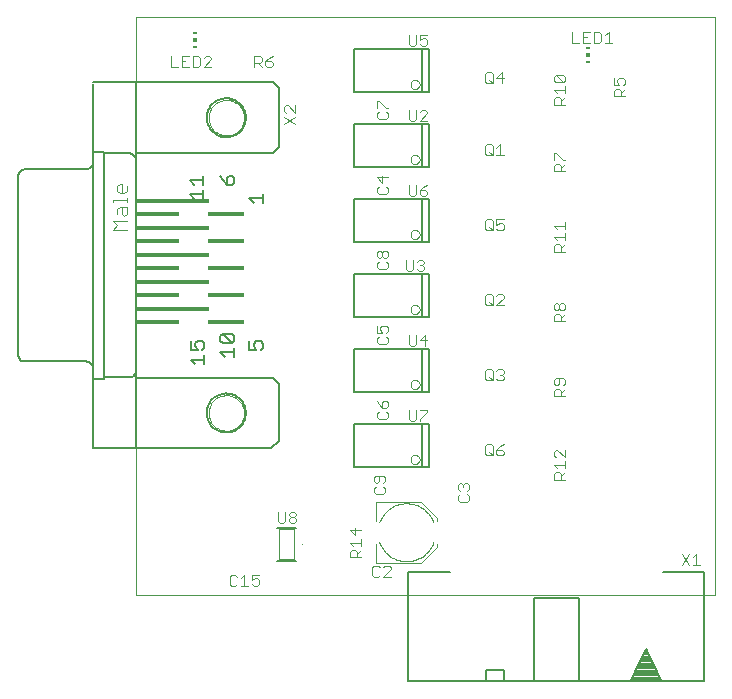
<source format=gto>
G75*
%MOIN*%
%OFA0B0*%
%FSLAX24Y24*%
%IPPOS*%
%LPD*%
%AMOC8*
5,1,8,0,0,1.08239X$1,22.5*
%
%ADD10C,0.0000*%
%ADD11C,0.0030*%
%ADD12R,0.0118X0.0059*%
%ADD13R,0.0118X0.0118*%
%ADD14C,0.0060*%
%ADD15C,0.0050*%
%ADD16C,0.0040*%
%ADD17R,0.2402X0.0157*%
%ADD18R,0.1417X0.0157*%
%ADD19R,0.1220X0.0157*%
%ADD20C,0.0080*%
%ADD21C,0.0004*%
%ADD22C,0.0030*%
D10*
X004062Y003000D02*
X004062Y022292D01*
X023353Y022292D01*
X023353Y003000D01*
X004062Y003000D01*
X006471Y009079D02*
X006473Y009127D01*
X006479Y009175D01*
X006489Y009222D01*
X006502Y009268D01*
X006520Y009313D01*
X006540Y009357D01*
X006565Y009399D01*
X006593Y009438D01*
X006623Y009475D01*
X006657Y009509D01*
X006694Y009541D01*
X006732Y009570D01*
X006773Y009595D01*
X006816Y009617D01*
X006861Y009635D01*
X006907Y009649D01*
X006954Y009660D01*
X007002Y009667D01*
X007050Y009670D01*
X007098Y009669D01*
X007146Y009664D01*
X007194Y009655D01*
X007240Y009643D01*
X007285Y009626D01*
X007329Y009606D01*
X007371Y009583D01*
X007411Y009556D01*
X007449Y009526D01*
X007484Y009493D01*
X007516Y009457D01*
X007546Y009419D01*
X007572Y009378D01*
X007594Y009335D01*
X007614Y009291D01*
X007629Y009246D01*
X007641Y009199D01*
X007649Y009151D01*
X007653Y009103D01*
X007653Y009055D01*
X007649Y009007D01*
X007641Y008959D01*
X007629Y008912D01*
X007614Y008867D01*
X007594Y008823D01*
X007572Y008780D01*
X007546Y008739D01*
X007516Y008701D01*
X007484Y008665D01*
X007449Y008632D01*
X007411Y008602D01*
X007371Y008575D01*
X007329Y008552D01*
X007285Y008532D01*
X007240Y008515D01*
X007194Y008503D01*
X007146Y008494D01*
X007098Y008489D01*
X007050Y008488D01*
X007002Y008491D01*
X006954Y008498D01*
X006907Y008509D01*
X006861Y008523D01*
X006816Y008541D01*
X006773Y008563D01*
X006732Y008588D01*
X006694Y008617D01*
X006657Y008649D01*
X006623Y008683D01*
X006593Y008720D01*
X006565Y008759D01*
X006540Y008801D01*
X006520Y008845D01*
X006502Y008890D01*
X006489Y008936D01*
X006479Y008983D01*
X006473Y009031D01*
X006471Y009079D01*
X006471Y018921D02*
X006473Y018969D01*
X006479Y019017D01*
X006489Y019064D01*
X006502Y019110D01*
X006520Y019155D01*
X006540Y019199D01*
X006565Y019241D01*
X006593Y019280D01*
X006623Y019317D01*
X006657Y019351D01*
X006694Y019383D01*
X006732Y019412D01*
X006773Y019437D01*
X006816Y019459D01*
X006861Y019477D01*
X006907Y019491D01*
X006954Y019502D01*
X007002Y019509D01*
X007050Y019512D01*
X007098Y019511D01*
X007146Y019506D01*
X007194Y019497D01*
X007240Y019485D01*
X007285Y019468D01*
X007329Y019448D01*
X007371Y019425D01*
X007411Y019398D01*
X007449Y019368D01*
X007484Y019335D01*
X007516Y019299D01*
X007546Y019261D01*
X007572Y019220D01*
X007594Y019177D01*
X007614Y019133D01*
X007629Y019088D01*
X007641Y019041D01*
X007649Y018993D01*
X007653Y018945D01*
X007653Y018897D01*
X007649Y018849D01*
X007641Y018801D01*
X007629Y018754D01*
X007614Y018709D01*
X007594Y018665D01*
X007572Y018622D01*
X007546Y018581D01*
X007516Y018543D01*
X007484Y018507D01*
X007449Y018474D01*
X007411Y018444D01*
X007371Y018417D01*
X007329Y018394D01*
X007285Y018374D01*
X007240Y018357D01*
X007194Y018345D01*
X007146Y018336D01*
X007098Y018331D01*
X007050Y018330D01*
X007002Y018333D01*
X006954Y018340D01*
X006907Y018351D01*
X006861Y018365D01*
X006816Y018383D01*
X006773Y018405D01*
X006732Y018430D01*
X006694Y018459D01*
X006657Y018491D01*
X006623Y018525D01*
X006593Y018562D01*
X006565Y018601D01*
X006540Y018643D01*
X006520Y018687D01*
X006502Y018732D01*
X006489Y018778D01*
X006479Y018825D01*
X006473Y018873D01*
X006471Y018921D01*
D11*
X006555Y020615D02*
X006309Y020615D01*
X006555Y020862D01*
X006555Y020924D01*
X006494Y020986D01*
X006370Y020986D01*
X006309Y020924D01*
X006187Y020924D02*
X006125Y020986D01*
X005940Y020986D01*
X005940Y020615D01*
X006125Y020615D01*
X006187Y020677D01*
X006187Y020924D01*
X005819Y020986D02*
X005572Y020986D01*
X005572Y020615D01*
X005819Y020615D01*
X005695Y020800D02*
X005572Y020800D01*
X005451Y020615D02*
X005204Y020615D01*
X005204Y020986D01*
X007990Y020986D02*
X007990Y020615D01*
X007990Y020739D02*
X008175Y020739D01*
X008237Y020800D01*
X008237Y020924D01*
X008175Y020986D01*
X007990Y020986D01*
X008114Y020739D02*
X008237Y020615D01*
X008359Y020677D02*
X008420Y020615D01*
X008544Y020615D01*
X008605Y020677D01*
X008605Y020739D01*
X008544Y020800D01*
X008359Y020800D01*
X008359Y020677D01*
X008359Y020800D02*
X008482Y020924D01*
X008605Y020986D01*
X012077Y019494D02*
X012077Y019247D01*
X012138Y019125D02*
X012077Y019064D01*
X012077Y018940D01*
X012138Y018879D01*
X012385Y018879D01*
X012447Y018940D01*
X012447Y019064D01*
X012385Y019125D01*
X012385Y019247D02*
X012447Y019247D01*
X012385Y019247D02*
X012138Y019494D01*
X012077Y019494D01*
X013140Y019186D02*
X013140Y018877D01*
X013202Y018815D01*
X013325Y018815D01*
X013387Y018877D01*
X013387Y019186D01*
X013509Y019124D02*
X013570Y019186D01*
X013694Y019186D01*
X013755Y019124D01*
X013755Y019062D01*
X013509Y018815D01*
X013755Y018815D01*
X015690Y017974D02*
X015690Y017727D01*
X015752Y017665D01*
X015875Y017665D01*
X015937Y017727D01*
X015937Y017974D01*
X015875Y018036D01*
X015752Y018036D01*
X015690Y017974D01*
X015814Y017789D02*
X015937Y017665D01*
X016059Y017665D02*
X016305Y017665D01*
X016182Y017665D02*
X016182Y018036D01*
X016059Y017912D01*
X017977Y017744D02*
X017977Y017497D01*
X018038Y017375D02*
X018162Y017375D01*
X018223Y017314D01*
X018223Y017129D01*
X018223Y017252D02*
X018347Y017375D01*
X018347Y017497D02*
X018285Y017497D01*
X018038Y017744D01*
X017977Y017744D01*
X018038Y017375D02*
X017977Y017314D01*
X017977Y017129D01*
X018347Y017129D01*
X018347Y015444D02*
X018347Y015197D01*
X018347Y015075D02*
X018347Y014829D01*
X018347Y014707D02*
X018223Y014584D01*
X018223Y014645D02*
X018223Y014460D01*
X018347Y014460D02*
X017977Y014460D01*
X017977Y014645D01*
X018038Y014707D01*
X018162Y014707D01*
X018223Y014645D01*
X018100Y014829D02*
X017977Y014952D01*
X018347Y014952D01*
X018347Y015320D02*
X017977Y015320D01*
X018100Y015197D01*
X016305Y015227D02*
X016244Y015165D01*
X016120Y015165D01*
X016059Y015227D01*
X015937Y015227D02*
X015937Y015474D01*
X015875Y015536D01*
X015752Y015536D01*
X015690Y015474D01*
X015690Y015227D01*
X015752Y015165D01*
X015875Y015165D01*
X015937Y015227D01*
X015937Y015165D02*
X015814Y015289D01*
X016059Y015350D02*
X016182Y015412D01*
X016244Y015412D01*
X016305Y015350D01*
X016305Y015227D01*
X016059Y015350D02*
X016059Y015536D01*
X016305Y015536D01*
X016244Y013036D02*
X016120Y013036D01*
X016059Y012974D01*
X015937Y012974D02*
X015937Y012727D01*
X015875Y012665D01*
X015752Y012665D01*
X015690Y012727D01*
X015690Y012974D01*
X015752Y013036D01*
X015875Y013036D01*
X015937Y012974D01*
X015814Y012789D02*
X015937Y012665D01*
X016059Y012665D02*
X016305Y012912D01*
X016305Y012974D01*
X016244Y013036D01*
X016305Y012665D02*
X016059Y012665D01*
X017977Y012682D02*
X017977Y012559D01*
X018038Y012497D01*
X018100Y012497D01*
X018162Y012559D01*
X018162Y012682D01*
X018223Y012744D01*
X018285Y012744D01*
X018347Y012682D01*
X018347Y012559D01*
X018285Y012497D01*
X018223Y012497D01*
X018162Y012559D01*
X018162Y012682D02*
X018100Y012744D01*
X018038Y012744D01*
X017977Y012682D01*
X018038Y012375D02*
X018162Y012375D01*
X018223Y012314D01*
X018223Y012129D01*
X018223Y012252D02*
X018347Y012375D01*
X018347Y012129D02*
X017977Y012129D01*
X017977Y012314D01*
X018038Y012375D01*
X016244Y010536D02*
X016120Y010536D01*
X016059Y010474D01*
X015937Y010474D02*
X015937Y010227D01*
X015875Y010165D01*
X015752Y010165D01*
X015690Y010227D01*
X015690Y010474D01*
X015752Y010536D01*
X015875Y010536D01*
X015937Y010474D01*
X015814Y010289D02*
X015937Y010165D01*
X016059Y010227D02*
X016120Y010165D01*
X016244Y010165D01*
X016305Y010227D01*
X016305Y010289D01*
X016244Y010350D01*
X016182Y010350D01*
X016244Y010350D02*
X016305Y010412D01*
X016305Y010474D01*
X016244Y010536D01*
X017977Y010182D02*
X017977Y010059D01*
X018038Y009997D01*
X018100Y009997D01*
X018162Y010059D01*
X018162Y010244D01*
X018285Y010244D02*
X018038Y010244D01*
X017977Y010182D01*
X018285Y010244D02*
X018347Y010182D01*
X018347Y010059D01*
X018285Y009997D01*
X018347Y009875D02*
X018223Y009752D01*
X018223Y009814D02*
X018223Y009629D01*
X018347Y009629D02*
X017977Y009629D01*
X017977Y009814D01*
X018038Y009875D01*
X018162Y009875D01*
X018223Y009814D01*
X018100Y007844D02*
X018038Y007844D01*
X017977Y007782D01*
X017977Y007659D01*
X018038Y007597D01*
X017977Y007352D02*
X018347Y007352D01*
X018347Y007229D02*
X018347Y007475D01*
X018347Y007597D02*
X018347Y007844D01*
X018347Y007597D02*
X018100Y007844D01*
X017977Y007352D02*
X018100Y007229D01*
X018038Y007107D02*
X018162Y007107D01*
X018223Y007045D01*
X018223Y006860D01*
X018223Y006984D02*
X018347Y007107D01*
X018347Y006860D02*
X017977Y006860D01*
X017977Y007045D01*
X018038Y007107D01*
X016305Y007727D02*
X016305Y007789D01*
X016244Y007850D01*
X016059Y007850D01*
X016059Y007727D01*
X016120Y007665D01*
X016244Y007665D01*
X016305Y007727D01*
X016182Y007974D02*
X016059Y007850D01*
X015937Y007974D02*
X015937Y007727D01*
X015875Y007665D01*
X015752Y007665D01*
X015690Y007727D01*
X015690Y007974D01*
X015752Y008036D01*
X015875Y008036D01*
X015937Y007974D01*
X015814Y007789D02*
X015937Y007665D01*
X016182Y007974D02*
X016305Y008036D01*
X015085Y006730D02*
X015147Y006669D01*
X015147Y006545D01*
X015085Y006484D01*
X015085Y006362D02*
X015147Y006300D01*
X015147Y006177D01*
X015085Y006115D01*
X014838Y006115D01*
X014777Y006177D01*
X014777Y006300D01*
X014838Y006362D01*
X014838Y006484D02*
X014777Y006545D01*
X014777Y006669D01*
X014838Y006730D01*
X014900Y006730D01*
X014962Y006669D01*
X015023Y006730D01*
X015085Y006730D01*
X014962Y006669D02*
X014962Y006607D01*
X013509Y008815D02*
X013509Y008877D01*
X013755Y009124D01*
X013755Y009186D01*
X013509Y009186D01*
X013387Y009186D02*
X013387Y008877D01*
X013325Y008815D01*
X013202Y008815D01*
X013140Y008877D01*
X013140Y009186D01*
X012447Y009064D02*
X012385Y009125D01*
X012447Y009064D02*
X012447Y008940D01*
X012385Y008879D01*
X012138Y008879D01*
X012077Y008940D01*
X012077Y009064D01*
X012138Y009125D01*
X012262Y009247D02*
X012138Y009370D01*
X012077Y009494D01*
X012262Y009432D02*
X012262Y009247D01*
X012385Y009247D01*
X012447Y009309D01*
X012447Y009432D01*
X012385Y009494D01*
X012323Y009494D01*
X012262Y009432D01*
X013202Y011315D02*
X013325Y011315D01*
X013387Y011377D01*
X013387Y011686D01*
X013509Y011500D02*
X013755Y011500D01*
X013694Y011315D02*
X013694Y011686D01*
X013509Y011500D01*
X013202Y011315D02*
X013140Y011377D01*
X013140Y011686D01*
X012447Y011564D02*
X012385Y011625D01*
X012447Y011564D02*
X012447Y011440D01*
X012385Y011379D01*
X012138Y011379D01*
X012077Y011440D01*
X012077Y011564D01*
X012138Y011625D01*
X012077Y011747D02*
X012262Y011747D01*
X012200Y011870D01*
X012200Y011932D01*
X012262Y011994D01*
X012385Y011994D01*
X012447Y011932D01*
X012447Y011809D01*
X012385Y011747D01*
X012077Y011747D02*
X012077Y011994D01*
X013102Y013815D02*
X013225Y013815D01*
X013287Y013877D01*
X013287Y014186D01*
X013409Y014124D02*
X013470Y014186D01*
X013594Y014186D01*
X013655Y014124D01*
X013655Y014062D01*
X013594Y014000D01*
X013655Y013939D01*
X013655Y013877D01*
X013594Y013815D01*
X013470Y013815D01*
X013409Y013877D01*
X013532Y014000D02*
X013594Y014000D01*
X013102Y013815D02*
X013040Y013877D01*
X013040Y014186D01*
X012447Y014064D02*
X012385Y014125D01*
X012447Y014064D02*
X012447Y013940D01*
X012385Y013879D01*
X012138Y013879D01*
X012077Y013940D01*
X012077Y014064D01*
X012138Y014125D01*
X012138Y014247D02*
X012200Y014247D01*
X012262Y014309D01*
X012262Y014432D01*
X012323Y014494D01*
X012385Y014494D01*
X012447Y014432D01*
X012447Y014309D01*
X012385Y014247D01*
X012323Y014247D01*
X012262Y014309D01*
X012262Y014432D02*
X012200Y014494D01*
X012138Y014494D01*
X012077Y014432D01*
X012077Y014309D01*
X012138Y014247D01*
X012138Y016379D02*
X012385Y016379D01*
X012447Y016440D01*
X012447Y016564D01*
X012385Y016625D01*
X012262Y016747D02*
X012262Y016994D01*
X012447Y016932D02*
X012077Y016932D01*
X012262Y016747D01*
X012138Y016625D02*
X012077Y016564D01*
X012077Y016440D01*
X012138Y016379D01*
X013140Y016377D02*
X013202Y016315D01*
X013325Y016315D01*
X013387Y016377D01*
X013387Y016686D01*
X013509Y016500D02*
X013694Y016500D01*
X013755Y016439D01*
X013755Y016377D01*
X013694Y016315D01*
X013570Y016315D01*
X013509Y016377D01*
X013509Y016500D01*
X013632Y016624D01*
X013755Y016686D01*
X013140Y016686D02*
X013140Y016377D01*
X015752Y020065D02*
X015690Y020127D01*
X015690Y020374D01*
X015752Y020436D01*
X015875Y020436D01*
X015937Y020374D01*
X015937Y020127D01*
X015875Y020065D01*
X015752Y020065D01*
X015814Y020189D02*
X015937Y020065D01*
X016059Y020250D02*
X016305Y020250D01*
X016244Y020065D02*
X016244Y020436D01*
X016059Y020250D01*
X017977Y020282D02*
X017977Y020159D01*
X018038Y020097D01*
X018285Y020097D01*
X018038Y020344D01*
X018285Y020344D01*
X018347Y020282D01*
X018347Y020159D01*
X018285Y020097D01*
X018347Y019975D02*
X018347Y019729D01*
X018347Y019607D02*
X018223Y019484D01*
X018223Y019545D02*
X018223Y019360D01*
X018347Y019360D02*
X017977Y019360D01*
X017977Y019545D01*
X018038Y019607D01*
X018162Y019607D01*
X018223Y019545D01*
X018100Y019729D02*
X017977Y019852D01*
X018347Y019852D01*
X017977Y020282D02*
X018038Y020344D01*
X018577Y021415D02*
X018824Y021415D01*
X018945Y021415D02*
X019192Y021415D01*
X019314Y021415D02*
X019499Y021415D01*
X019560Y021477D01*
X019560Y021724D01*
X019499Y021786D01*
X019314Y021786D01*
X019314Y021415D01*
X019069Y021600D02*
X018945Y021600D01*
X018945Y021415D02*
X018945Y021786D01*
X019192Y021786D01*
X019682Y021662D02*
X019805Y021786D01*
X019805Y021415D01*
X019682Y021415D02*
X019929Y021415D01*
X019977Y020244D02*
X019977Y019997D01*
X020162Y019997D01*
X020100Y020120D01*
X020100Y020182D01*
X020162Y020244D01*
X020285Y020244D01*
X020347Y020182D01*
X020347Y020059D01*
X020285Y019997D01*
X020347Y019875D02*
X020223Y019752D01*
X020223Y019814D02*
X020223Y019629D01*
X020347Y019629D02*
X019977Y019629D01*
X019977Y019814D01*
X020038Y019875D01*
X020162Y019875D01*
X020223Y019814D01*
X018577Y021415D02*
X018577Y021786D01*
X013755Y021686D02*
X013509Y021686D01*
X013509Y021500D01*
X013632Y021562D01*
X013694Y021562D01*
X013755Y021500D01*
X013755Y021377D01*
X013694Y021315D01*
X013570Y021315D01*
X013509Y021377D01*
X013387Y021377D02*
X013387Y021686D01*
X013140Y021686D02*
X013140Y021377D01*
X013202Y021315D01*
X013325Y021315D01*
X013387Y021377D01*
X012285Y006994D02*
X012038Y006994D01*
X011977Y006932D01*
X011977Y006809D01*
X012038Y006747D01*
X012100Y006747D01*
X012162Y006809D01*
X012162Y006994D01*
X012285Y006994D02*
X012347Y006932D01*
X012347Y006809D01*
X012285Y006747D01*
X012285Y006625D02*
X012347Y006564D01*
X012347Y006440D01*
X012285Y006379D01*
X012038Y006379D01*
X011977Y006440D01*
X011977Y006564D01*
X012038Y006625D01*
X011362Y005249D02*
X011362Y005002D01*
X011177Y005187D01*
X011547Y005187D01*
X011547Y004880D02*
X011547Y004634D01*
X011547Y004512D02*
X011423Y004389D01*
X011423Y004450D02*
X011423Y004265D01*
X011547Y004265D02*
X011177Y004265D01*
X011177Y004450D01*
X011238Y004512D01*
X011362Y004512D01*
X011423Y004450D01*
X011300Y004634D02*
X011177Y004757D01*
X011547Y004757D01*
X011991Y003992D02*
X011929Y003930D01*
X011929Y003683D01*
X011991Y003622D01*
X012114Y003622D01*
X012176Y003683D01*
X012298Y003622D02*
X012544Y003868D01*
X012544Y003930D01*
X012483Y003992D01*
X012359Y003992D01*
X012298Y003930D01*
X012176Y003930D02*
X012114Y003992D01*
X011991Y003992D01*
X012298Y003622D02*
X012544Y003622D01*
X009392Y005477D02*
X009330Y005415D01*
X009207Y005415D01*
X009145Y005477D01*
X009145Y005539D01*
X009207Y005600D01*
X009330Y005600D01*
X009392Y005539D01*
X009392Y005477D01*
X009330Y005600D02*
X009392Y005662D01*
X009392Y005724D01*
X009330Y005786D01*
X009207Y005786D01*
X009145Y005724D01*
X009145Y005662D01*
X009207Y005600D01*
X009024Y005477D02*
X008962Y005415D01*
X008839Y005415D01*
X008777Y005477D01*
X008777Y005786D01*
X009024Y005786D02*
X009024Y005477D01*
X008155Y003686D02*
X007909Y003686D01*
X007909Y003500D01*
X008032Y003562D01*
X008094Y003562D01*
X008155Y003500D01*
X008155Y003377D01*
X008094Y003315D01*
X007970Y003315D01*
X007909Y003377D01*
X007787Y003315D02*
X007540Y003315D01*
X007664Y003315D02*
X007664Y003686D01*
X007540Y003562D01*
X007419Y003624D02*
X007357Y003686D01*
X007234Y003686D01*
X007172Y003624D01*
X007172Y003377D01*
X007234Y003315D01*
X007357Y003315D01*
X007419Y003377D01*
X022240Y004015D02*
X022487Y004386D01*
X022609Y004262D02*
X022732Y004386D01*
X022732Y004015D01*
X022609Y004015D02*
X022855Y004015D01*
X022487Y004015D02*
X022240Y004386D01*
D12*
X019103Y020764D03*
X019103Y021236D03*
X006003Y021264D03*
X006003Y021736D03*
D13*
X006003Y021500D03*
X019103Y021000D03*
D14*
X008812Y019900D02*
X008812Y017950D01*
X008612Y017750D01*
X004062Y017750D01*
X003812Y017735D02*
X002980Y017735D01*
X002980Y017785D01*
X002623Y017785D01*
X002980Y017735D02*
X002980Y010265D01*
X003812Y010265D01*
X003842Y010267D01*
X003872Y010272D01*
X003901Y010281D01*
X003928Y010294D01*
X003954Y010309D01*
X003978Y010328D01*
X003999Y010349D01*
X004018Y010373D01*
X004033Y010399D01*
X004046Y010426D01*
X004055Y010455D01*
X004060Y010485D01*
X004062Y010515D01*
X004062Y010250D02*
X008612Y010250D01*
X008812Y010050D01*
X008812Y008150D01*
X008562Y007900D01*
X002623Y007900D01*
X002615Y007907D02*
X002615Y020055D01*
X002623Y020100D02*
X004062Y020100D01*
X004062Y007908D01*
X002980Y010215D02*
X002623Y010215D01*
X002980Y010215D02*
X002980Y010265D01*
X002619Y010550D02*
X002617Y010580D01*
X002612Y010610D01*
X002603Y010639D01*
X002590Y010666D01*
X002575Y010692D01*
X002556Y010716D01*
X002535Y010737D01*
X002511Y010756D01*
X002485Y010771D01*
X002458Y010784D01*
X002429Y010793D01*
X002399Y010798D01*
X002369Y010800D01*
X000330Y010800D01*
X000304Y010802D01*
X000278Y010807D01*
X000253Y010815D01*
X000230Y010827D01*
X000208Y010841D01*
X000189Y010859D01*
X000171Y010878D01*
X000157Y010900D01*
X000145Y010923D01*
X000137Y010948D01*
X000132Y010974D01*
X000130Y011000D01*
X000130Y017000D01*
X000132Y017026D01*
X000137Y017052D01*
X000145Y017077D01*
X000157Y017100D01*
X000171Y017122D01*
X000189Y017141D01*
X000208Y017159D01*
X000230Y017173D01*
X000253Y017185D01*
X000278Y017193D01*
X000304Y017198D01*
X000330Y017200D01*
X002369Y017200D01*
X002399Y017202D01*
X002429Y017207D01*
X002458Y017216D01*
X002485Y017229D01*
X002511Y017244D01*
X002535Y017263D01*
X002556Y017284D01*
X002575Y017308D01*
X002590Y017334D01*
X002603Y017361D01*
X002612Y017390D01*
X002617Y017420D01*
X002619Y017450D01*
X003812Y017735D02*
X003842Y017733D01*
X003872Y017728D01*
X003901Y017719D01*
X003928Y017706D01*
X003954Y017691D01*
X003978Y017672D01*
X003999Y017651D01*
X004018Y017627D01*
X004033Y017601D01*
X004046Y017574D01*
X004055Y017545D01*
X004060Y017515D01*
X004062Y017485D01*
X004062Y020100D02*
X008612Y020100D01*
X008812Y019900D01*
X006412Y018921D02*
X006414Y018971D01*
X006420Y019021D01*
X006430Y019071D01*
X006443Y019119D01*
X006460Y019167D01*
X006481Y019213D01*
X006505Y019257D01*
X006533Y019299D01*
X006564Y019339D01*
X006598Y019376D01*
X006635Y019411D01*
X006674Y019442D01*
X006715Y019471D01*
X006759Y019496D01*
X006805Y019518D01*
X006852Y019536D01*
X006900Y019550D01*
X006949Y019561D01*
X006999Y019568D01*
X007049Y019571D01*
X007100Y019570D01*
X007150Y019565D01*
X007200Y019556D01*
X007248Y019544D01*
X007296Y019527D01*
X007342Y019507D01*
X007387Y019484D01*
X007430Y019457D01*
X007470Y019427D01*
X007508Y019394D01*
X007543Y019358D01*
X007576Y019319D01*
X007605Y019278D01*
X007631Y019235D01*
X007654Y019190D01*
X007673Y019143D01*
X007688Y019095D01*
X007700Y019046D01*
X007708Y018996D01*
X007712Y018946D01*
X007712Y018896D01*
X007708Y018846D01*
X007700Y018796D01*
X007688Y018747D01*
X007673Y018699D01*
X007654Y018652D01*
X007631Y018607D01*
X007605Y018564D01*
X007576Y018523D01*
X007543Y018484D01*
X007508Y018448D01*
X007470Y018415D01*
X007430Y018385D01*
X007387Y018358D01*
X007342Y018335D01*
X007296Y018315D01*
X007248Y018298D01*
X007200Y018286D01*
X007150Y018277D01*
X007100Y018272D01*
X007049Y018271D01*
X006999Y018274D01*
X006949Y018281D01*
X006900Y018292D01*
X006852Y018306D01*
X006805Y018324D01*
X006759Y018346D01*
X006715Y018371D01*
X006674Y018400D01*
X006635Y018431D01*
X006598Y018466D01*
X006564Y018503D01*
X006533Y018543D01*
X006505Y018585D01*
X006481Y018629D01*
X006460Y018675D01*
X006443Y018723D01*
X006430Y018771D01*
X006420Y018821D01*
X006414Y018871D01*
X006412Y018921D01*
X006412Y009079D02*
X006414Y009129D01*
X006420Y009179D01*
X006430Y009229D01*
X006443Y009277D01*
X006460Y009325D01*
X006481Y009371D01*
X006505Y009415D01*
X006533Y009457D01*
X006564Y009497D01*
X006598Y009534D01*
X006635Y009569D01*
X006674Y009600D01*
X006715Y009629D01*
X006759Y009654D01*
X006805Y009676D01*
X006852Y009694D01*
X006900Y009708D01*
X006949Y009719D01*
X006999Y009726D01*
X007049Y009729D01*
X007100Y009728D01*
X007150Y009723D01*
X007200Y009714D01*
X007248Y009702D01*
X007296Y009685D01*
X007342Y009665D01*
X007387Y009642D01*
X007430Y009615D01*
X007470Y009585D01*
X007508Y009552D01*
X007543Y009516D01*
X007576Y009477D01*
X007605Y009436D01*
X007631Y009393D01*
X007654Y009348D01*
X007673Y009301D01*
X007688Y009253D01*
X007700Y009204D01*
X007708Y009154D01*
X007712Y009104D01*
X007712Y009054D01*
X007708Y009004D01*
X007700Y008954D01*
X007688Y008905D01*
X007673Y008857D01*
X007654Y008810D01*
X007631Y008765D01*
X007605Y008722D01*
X007576Y008681D01*
X007543Y008642D01*
X007508Y008606D01*
X007470Y008573D01*
X007430Y008543D01*
X007387Y008516D01*
X007342Y008493D01*
X007296Y008473D01*
X007248Y008456D01*
X007200Y008444D01*
X007150Y008435D01*
X007100Y008430D01*
X007049Y008429D01*
X006999Y008432D01*
X006949Y008439D01*
X006900Y008450D01*
X006852Y008464D01*
X006805Y008482D01*
X006759Y008504D01*
X006715Y008529D01*
X006674Y008558D01*
X006635Y008589D01*
X006598Y008624D01*
X006564Y008661D01*
X006533Y008701D01*
X006505Y008743D01*
X006481Y008787D01*
X006460Y008833D01*
X006443Y008881D01*
X006430Y008929D01*
X006420Y008979D01*
X006414Y009029D01*
X006412Y009079D01*
D15*
X006330Y010711D02*
X006330Y011011D01*
X006330Y010861D02*
X005880Y010861D01*
X006030Y010711D01*
X006105Y011171D02*
X005880Y011171D01*
X005880Y011471D01*
X006030Y011396D02*
X006030Y011321D01*
X006105Y011171D01*
X006255Y011171D02*
X006330Y011246D01*
X006330Y011396D01*
X006255Y011471D01*
X006105Y011471D01*
X006030Y011396D01*
X006864Y011480D02*
X006864Y011631D01*
X006939Y011706D01*
X007239Y011405D01*
X007314Y011480D01*
X007314Y011631D01*
X007239Y011706D01*
X006939Y011706D01*
X006864Y011480D02*
X006939Y011405D01*
X007239Y011405D01*
X007314Y011245D02*
X007314Y010945D01*
X007314Y011095D02*
X006864Y011095D01*
X007014Y010945D01*
X007833Y011169D02*
X008058Y011169D01*
X007983Y011319D01*
X007983Y011394D01*
X008058Y011469D01*
X008208Y011469D01*
X008283Y011394D01*
X008283Y011244D01*
X008208Y011169D01*
X007833Y011169D02*
X007833Y011469D01*
X007983Y016092D02*
X007833Y016243D01*
X008283Y016243D01*
X008283Y016393D02*
X008283Y016092D01*
X007314Y016758D02*
X007314Y016908D01*
X007239Y016983D01*
X007164Y016983D01*
X007089Y016908D01*
X007089Y016683D01*
X007239Y016683D01*
X007314Y016758D01*
X007089Y016683D02*
X006939Y016833D01*
X006864Y016983D01*
X006291Y016983D02*
X006291Y016683D01*
X006291Y016833D02*
X005840Y016833D01*
X005991Y016683D01*
X006291Y016523D02*
X006291Y016223D01*
X006291Y016373D02*
X005840Y016373D01*
X005991Y016223D01*
X008747Y005259D02*
X009377Y005259D01*
X009377Y004141D02*
X008747Y004141D01*
D16*
X012038Y004077D02*
X012038Y004726D01*
X012038Y004077D02*
X013554Y004077D01*
X014086Y004608D01*
X014086Y004726D01*
X014086Y005474D02*
X014086Y005592D01*
X013554Y006124D01*
X012038Y006124D01*
X012038Y005474D01*
X012157Y004765D02*
X012180Y004708D01*
X012207Y004653D01*
X012237Y004599D01*
X012271Y004547D01*
X012308Y004498D01*
X012348Y004451D01*
X012391Y004406D01*
X012437Y004365D01*
X012485Y004326D01*
X012536Y004291D01*
X012589Y004259D01*
X012644Y004230D01*
X012700Y004205D01*
X012758Y004184D01*
X012817Y004166D01*
X012878Y004153D01*
X012939Y004143D01*
X013000Y004137D01*
X013062Y004135D01*
X013124Y004137D01*
X013185Y004143D01*
X013246Y004153D01*
X013307Y004166D01*
X013366Y004184D01*
X013424Y004205D01*
X013480Y004230D01*
X013535Y004259D01*
X013588Y004291D01*
X013639Y004326D01*
X013687Y004365D01*
X013733Y004406D01*
X013776Y004451D01*
X013816Y004498D01*
X013853Y004547D01*
X013887Y004599D01*
X013917Y004653D01*
X013944Y004708D01*
X013967Y004765D01*
X013967Y005435D02*
X013944Y005492D01*
X013917Y005547D01*
X013887Y005601D01*
X013853Y005653D01*
X013816Y005702D01*
X013776Y005749D01*
X013733Y005794D01*
X013687Y005835D01*
X013639Y005874D01*
X013588Y005909D01*
X013535Y005941D01*
X013480Y005970D01*
X013424Y005995D01*
X013366Y006016D01*
X013307Y006034D01*
X013246Y006047D01*
X013185Y006057D01*
X013124Y006063D01*
X013062Y006065D01*
X013000Y006063D01*
X012939Y006057D01*
X012878Y006047D01*
X012817Y006034D01*
X012758Y006016D01*
X012700Y005995D01*
X012644Y005970D01*
X012589Y005941D01*
X012536Y005909D01*
X012485Y005874D01*
X012437Y005835D01*
X012391Y005794D01*
X012348Y005749D01*
X012308Y005702D01*
X012271Y005653D01*
X012237Y005601D01*
X012207Y005547D01*
X012180Y005492D01*
X012157Y005435D01*
X013202Y007530D02*
X013204Y007554D01*
X013210Y007578D01*
X013219Y007600D01*
X013232Y007620D01*
X013248Y007638D01*
X013267Y007653D01*
X013288Y007666D01*
X013310Y007674D01*
X013334Y007679D01*
X013358Y007680D01*
X013382Y007677D01*
X013405Y007670D01*
X013427Y007660D01*
X013447Y007646D01*
X013464Y007629D01*
X013479Y007610D01*
X013490Y007589D01*
X013498Y007566D01*
X013502Y007542D01*
X013502Y007518D01*
X013498Y007494D01*
X013490Y007471D01*
X013479Y007450D01*
X013464Y007431D01*
X013447Y007414D01*
X013427Y007400D01*
X013405Y007390D01*
X013382Y007383D01*
X013358Y007380D01*
X013334Y007381D01*
X013310Y007386D01*
X013288Y007394D01*
X013267Y007407D01*
X013248Y007422D01*
X013232Y007440D01*
X013219Y007460D01*
X013210Y007482D01*
X013204Y007506D01*
X013202Y007530D01*
X013202Y010030D02*
X013204Y010054D01*
X013210Y010078D01*
X013219Y010100D01*
X013232Y010120D01*
X013248Y010138D01*
X013267Y010153D01*
X013288Y010166D01*
X013310Y010174D01*
X013334Y010179D01*
X013358Y010180D01*
X013382Y010177D01*
X013405Y010170D01*
X013427Y010160D01*
X013447Y010146D01*
X013464Y010129D01*
X013479Y010110D01*
X013490Y010089D01*
X013498Y010066D01*
X013502Y010042D01*
X013502Y010018D01*
X013498Y009994D01*
X013490Y009971D01*
X013479Y009950D01*
X013464Y009931D01*
X013447Y009914D01*
X013427Y009900D01*
X013405Y009890D01*
X013382Y009883D01*
X013358Y009880D01*
X013334Y009881D01*
X013310Y009886D01*
X013288Y009894D01*
X013267Y009907D01*
X013248Y009922D01*
X013232Y009940D01*
X013219Y009960D01*
X013210Y009982D01*
X013204Y010006D01*
X013202Y010030D01*
X013202Y012530D02*
X013204Y012554D01*
X013210Y012578D01*
X013219Y012600D01*
X013232Y012620D01*
X013248Y012638D01*
X013267Y012653D01*
X013288Y012666D01*
X013310Y012674D01*
X013334Y012679D01*
X013358Y012680D01*
X013382Y012677D01*
X013405Y012670D01*
X013427Y012660D01*
X013447Y012646D01*
X013464Y012629D01*
X013479Y012610D01*
X013490Y012589D01*
X013498Y012566D01*
X013502Y012542D01*
X013502Y012518D01*
X013498Y012494D01*
X013490Y012471D01*
X013479Y012450D01*
X013464Y012431D01*
X013447Y012414D01*
X013427Y012400D01*
X013405Y012390D01*
X013382Y012383D01*
X013358Y012380D01*
X013334Y012381D01*
X013310Y012386D01*
X013288Y012394D01*
X013267Y012407D01*
X013248Y012422D01*
X013232Y012440D01*
X013219Y012460D01*
X013210Y012482D01*
X013204Y012506D01*
X013202Y012530D01*
X013202Y015030D02*
X013204Y015054D01*
X013210Y015078D01*
X013219Y015100D01*
X013232Y015120D01*
X013248Y015138D01*
X013267Y015153D01*
X013288Y015166D01*
X013310Y015174D01*
X013334Y015179D01*
X013358Y015180D01*
X013382Y015177D01*
X013405Y015170D01*
X013427Y015160D01*
X013447Y015146D01*
X013464Y015129D01*
X013479Y015110D01*
X013490Y015089D01*
X013498Y015066D01*
X013502Y015042D01*
X013502Y015018D01*
X013498Y014994D01*
X013490Y014971D01*
X013479Y014950D01*
X013464Y014931D01*
X013447Y014914D01*
X013427Y014900D01*
X013405Y014890D01*
X013382Y014883D01*
X013358Y014880D01*
X013334Y014881D01*
X013310Y014886D01*
X013288Y014894D01*
X013267Y014907D01*
X013248Y014922D01*
X013232Y014940D01*
X013219Y014960D01*
X013210Y014982D01*
X013204Y015006D01*
X013202Y015030D01*
X013202Y017530D02*
X013204Y017554D01*
X013210Y017578D01*
X013219Y017600D01*
X013232Y017620D01*
X013248Y017638D01*
X013267Y017653D01*
X013288Y017666D01*
X013310Y017674D01*
X013334Y017679D01*
X013358Y017680D01*
X013382Y017677D01*
X013405Y017670D01*
X013427Y017660D01*
X013447Y017646D01*
X013464Y017629D01*
X013479Y017610D01*
X013490Y017589D01*
X013498Y017566D01*
X013502Y017542D01*
X013502Y017518D01*
X013498Y017494D01*
X013490Y017471D01*
X013479Y017450D01*
X013464Y017431D01*
X013447Y017414D01*
X013427Y017400D01*
X013405Y017390D01*
X013382Y017383D01*
X013358Y017380D01*
X013334Y017381D01*
X013310Y017386D01*
X013288Y017394D01*
X013267Y017407D01*
X013248Y017422D01*
X013232Y017440D01*
X013219Y017460D01*
X013210Y017482D01*
X013204Y017506D01*
X013202Y017530D01*
X013202Y020030D02*
X013204Y020054D01*
X013210Y020078D01*
X013219Y020100D01*
X013232Y020120D01*
X013248Y020138D01*
X013267Y020153D01*
X013288Y020166D01*
X013310Y020174D01*
X013334Y020179D01*
X013358Y020180D01*
X013382Y020177D01*
X013405Y020170D01*
X013427Y020160D01*
X013447Y020146D01*
X013464Y020129D01*
X013479Y020110D01*
X013490Y020089D01*
X013498Y020066D01*
X013502Y020042D01*
X013502Y020018D01*
X013498Y019994D01*
X013490Y019971D01*
X013479Y019950D01*
X013464Y019931D01*
X013447Y019914D01*
X013427Y019900D01*
X013405Y019890D01*
X013382Y019883D01*
X013358Y019880D01*
X013334Y019881D01*
X013310Y019886D01*
X013288Y019894D01*
X013267Y019907D01*
X013248Y019922D01*
X013232Y019940D01*
X013219Y019960D01*
X013210Y019982D01*
X013204Y020006D01*
X013202Y020030D01*
X009342Y019329D02*
X009342Y019089D01*
X009102Y019329D01*
X009042Y019329D01*
X008982Y019269D01*
X008982Y019149D01*
X009042Y019089D01*
X008982Y018960D02*
X009342Y018720D01*
X009342Y018960D02*
X008982Y018720D01*
X003742Y016640D02*
X003742Y016487D01*
X003665Y016410D01*
X003512Y016410D01*
X003435Y016487D01*
X003435Y016640D01*
X003512Y016717D01*
X003588Y016717D01*
X003588Y016410D01*
X003742Y016256D02*
X003742Y016103D01*
X003742Y016180D02*
X003281Y016180D01*
X003281Y016103D01*
X003435Y015873D02*
X003512Y015949D01*
X003742Y015949D01*
X003742Y015719D01*
X003665Y015643D01*
X003588Y015719D01*
X003588Y015949D01*
X003435Y015873D02*
X003435Y015719D01*
X003281Y015489D02*
X003742Y015489D01*
X003742Y015182D02*
X003281Y015182D01*
X003435Y015336D01*
X003281Y015489D01*
D17*
X005271Y015255D03*
X005271Y014355D03*
X005271Y013455D03*
X005271Y012555D03*
X005271Y016155D03*
D18*
X004778Y015705D03*
X004778Y014805D03*
X004778Y013905D03*
X004778Y013005D03*
X004778Y012105D03*
D19*
X007042Y012105D03*
X007042Y013005D03*
X007042Y013905D03*
X007042Y014805D03*
X007042Y015705D03*
D20*
X011320Y016210D02*
X011320Y014790D01*
X013598Y014790D01*
X013804Y014790D01*
X013804Y016210D01*
X011320Y016210D01*
X011320Y017290D02*
X013598Y017290D01*
X013804Y017290D01*
X013804Y018710D01*
X011320Y018710D01*
X011320Y017290D01*
X013598Y017290D02*
X013598Y018700D01*
X013598Y019790D02*
X013804Y019790D01*
X013804Y021210D01*
X011320Y021210D01*
X011320Y019790D01*
X013598Y019790D01*
X013598Y021200D01*
X013598Y016200D02*
X013598Y014790D01*
X013598Y013700D02*
X013598Y012290D01*
X013804Y012290D01*
X013804Y013710D01*
X011320Y013710D01*
X011320Y012290D01*
X013598Y012290D01*
X013598Y011200D02*
X013598Y009790D01*
X013804Y009790D01*
X013804Y011210D01*
X011320Y011210D01*
X011320Y009790D01*
X013598Y009790D01*
X013598Y008700D02*
X013598Y007290D01*
X013804Y007290D01*
X013804Y008710D01*
X011320Y008710D01*
X011320Y007290D01*
X013598Y007290D01*
X013125Y003762D02*
X014525Y003762D01*
X013125Y003762D02*
X013125Y000140D01*
X015724Y000140D01*
X015724Y000522D01*
X016306Y000522D01*
X016306Y000140D01*
X017321Y000140D01*
X018803Y000140D01*
X022999Y000140D01*
X022999Y003762D01*
X021604Y003762D01*
X021064Y001205D02*
X021566Y000191D01*
X020562Y000191D01*
X021064Y001205D01*
X021059Y001195D02*
X021069Y001195D01*
X021108Y001116D02*
X021020Y001116D01*
X020981Y001038D02*
X021147Y001038D01*
X021186Y000959D02*
X020942Y000959D01*
X020903Y000881D02*
X021224Y000881D01*
X021263Y000802D02*
X020864Y000802D01*
X020826Y000724D02*
X021302Y000724D01*
X021341Y000645D02*
X020787Y000645D01*
X020748Y000567D02*
X021380Y000567D01*
X021419Y000488D02*
X020709Y000488D01*
X020670Y000410D02*
X021458Y000410D01*
X021496Y000331D02*
X020631Y000331D01*
X020592Y000253D02*
X021535Y000253D01*
X018803Y000140D02*
X018803Y002921D01*
X017321Y002921D01*
X017321Y000140D01*
X016306Y000140D02*
X015724Y000140D01*
D21*
X009574Y004700D02*
X009570Y004700D01*
D22*
X009322Y004200D02*
X009322Y005204D01*
X008806Y005204D01*
X008806Y004200D01*
X009322Y004200D01*
M02*

</source>
